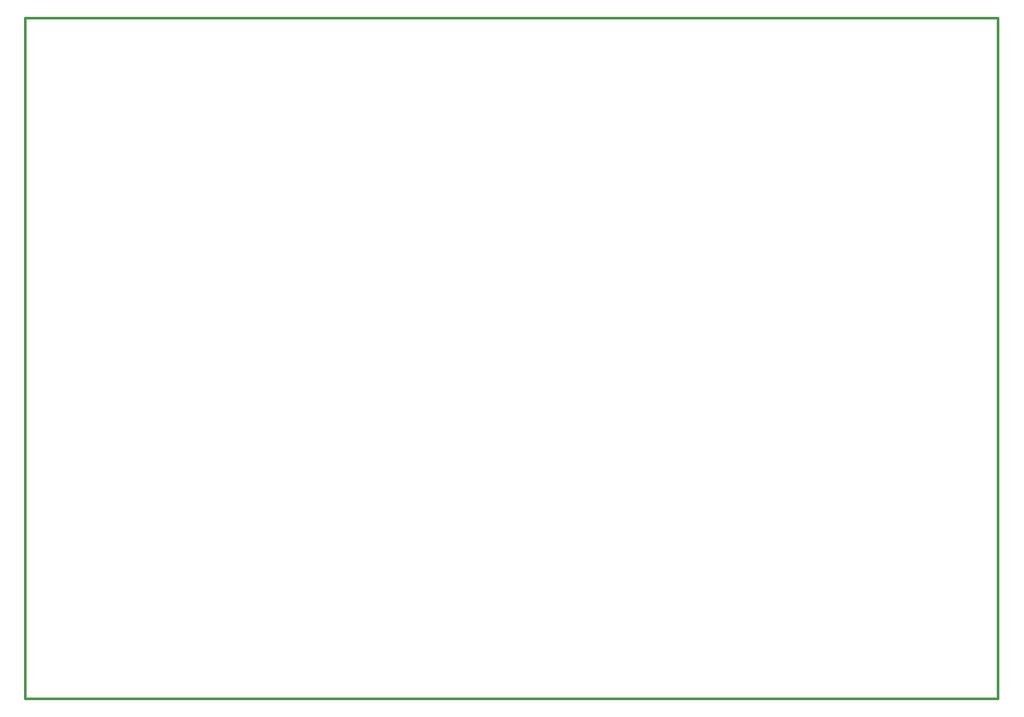
<source format=gko>
G04 Layer: BoardOutlineLayer*
G04 EasyEDA v6.5.5, 2022-06-26 01:00:07*
G04 2c515557f0e44504be437badec322791,a4ea12fd96744f7d9b8618c9b4952ea7,10*
G04 Gerber Generator version 0.2*
G04 Scale: 100 percent, Rotated: No, Reflected: No *
G04 Dimensions in millimeters *
G04 leading zeros omitted , absolute positions ,4 integer and 5 decimal *
%FSLAX45Y45*%
%MOMM*%

%ADD10C,0.3000*%
D10*
X0Y0D02*
G01*
X12700000Y0D01*
X12700000Y8890000D01*
X0Y8890000D01*
X0Y0D01*

%LPD*%
M02*

</source>
